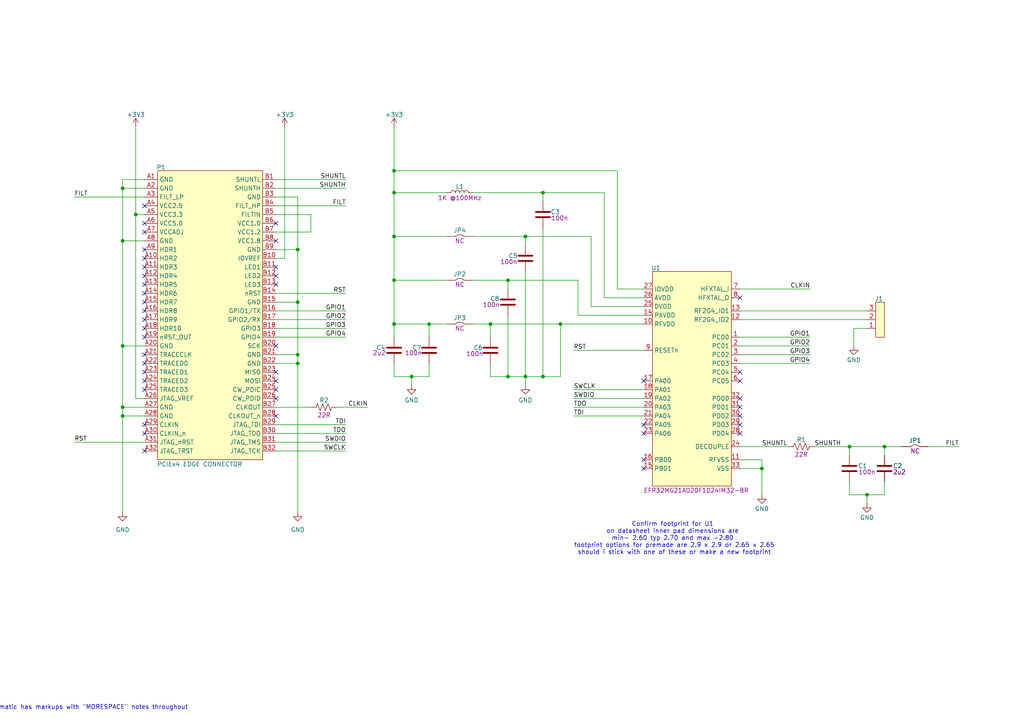
<source format=kicad_sch>
(kicad_sch (version 20231120) (generator "eeschema") (generator_version "8.0")
  (paper "A4")
  (lib_symbols
    (symbol "0603_Yageo_Res:RES_22R_0603" (pin_numbers hide)
      (property "Reference" "R" (at -20.32 5.08 0))
      (property "Display Value" "22R" (at 15.24 5.08 0))
      (symbol "RES_22R_0603_0_1"
        (polyline (pts (xy -2.286 0) (xy -2.54 0)))
        (polyline (pts (xy 2.286 0) (xy 2.54 0)))
        (polyline (pts (xy -2.286 0) (xy -1.905 1.016) (xy -1.524 0) (xy -1.143 -1.016) (xy -0.762 0)))
        (polyline (pts (xy -0.762 0) (xy -0.381 1.016) (xy 0 0) (xy 0.381 -1.016) (xy 0.762 0)))
        (polyline (pts (xy 0.762 0) (xy 1.143 1.016) (xy 1.524 0) (xy 1.905 -1.016) (xy 2.286 0)))
      )
      (symbol "RES_22R_0603_1_1"
        (pin passive line (at -3.81 0 0) (length 1.27) (name "~") (number "1"))
        (pin passive line (at 3.81 0 180) (length 1.27) (name "~") (number "2"))
      )
    )
    (symbol "NAE_Connectors:CW312T-Template" (in_bom no)
      (property "Reference" "P" (at -15.24 3.81 0))
      (property "Value" "PCIEx4 EDGE CONNECTOR " (at 3.81 3.81 0))
      (symbol "CW312T-Template_1_1"
        (rectangle (start -15.24 2.54) (end 15.24 -81.28) (fill (type background)))
        (pin unspecified line (at -19.05 0 0) (length 3.81) (name "GND") (number "A1"))
        (pin unspecified line (at -19.05 -22.86 0) (length 3.81) (name "HDR2") (number "A10"))
        (pin unspecified line (at -19.05 -25.4 0) (length 3.81) (name "HDR3") (number "A11"))
        (pin unspecified line (at -19.05 -27.94 0) (length 3.81) (name "HDR4") (number "A12"))
        (pin unspecified line (at -19.05 -30.48 0) (length 3.81) (name "HDR5") (number "A13"))
        (pin unspecified line (at -19.05 -33.02 0) (length 3.81) (name "HDR6") (number "A14"))
        (pin unspecified line (at -19.05 -35.56 0) (length 3.81) (name "HDR7") (number "A15"))
        (pin unspecified line (at -19.05 -38.1 0) (length 3.81) (name "HDR8") (number "A16"))
        (pin unspecified line (at -19.05 -40.64 0) (length 3.81) (name "HDR9") (number "A17"))
        (pin unspecified line (at -19.05 -43.18 0) (length 3.81) (name "HDR10") (number "A18"))
        (pin unspecified line (at -19.05 -45.72 0) (length 3.81) (name "nRST_OUT") (number "A19"))
        (pin unspecified line (at -19.05 -2.54 0) (length 3.81) (name "GND") (number "A2"))
        (pin unspecified line (at -19.05 -48.26 0) (length 3.81) (name "GND") (number "A20"))
        (pin unspecified line (at -19.05 -50.8 0) (length 3.81) (name "TRACECLK") (number "A21"))
        (pin unspecified line (at -19.05 -53.34 0) (length 3.81) (name "TRACED0") (number "A22"))
        (pin unspecified line (at -19.05 -55.88 0) (length 3.81) (name "TRACED1") (number "A23"))
        (pin unspecified line (at -19.05 -58.42 0) (length 3.81) (name "TRACED2") (number "A24"))
        (pin unspecified line (at -19.05 -60.96 0) (length 3.81) (name "TRACED3") (number "A25"))
        (pin unspecified line (at -19.05 -63.5 0) (length 3.81) (name "JTAG_VREF") (number "A26"))
        (pin unspecified line (at -19.05 -66.04 0) (length 3.81) (name "GND") (number "A27"))
        (pin unspecified line (at -19.05 -68.58 0) (length 3.81) (name "GND") (number "A28"))
        (pin unspecified line (at -19.05 -71.12 0) (length 3.81) (name "CLKIN") (number "A29"))
        (pin unspecified line (at -19.05 -5.08 0) (length 3.81) (name "FILT_LP") (number "A3"))
        (pin unspecified line (at -19.05 -73.66 0) (length 3.81) (name "CLKIN_n") (number "A30"))
        (pin unspecified line (at -19.05 -76.2 0) (length 3.81) (name "JTAG_nRST") (number "A31"))
        (pin unspecified line (at -19.05 -78.74 0) (length 3.81) (name "JTAG_TRST") (number "A32"))
        (pin unspecified line (at -19.05 -7.62 0) (length 3.81) (name "VCC2.5") (number "A4"))
        (pin unspecified line (at -19.05 -10.16 0) (length 3.81) (name "VCC3.3") (number "A5"))
        (pin unspecified line (at -19.05 -12.7 0) (length 3.81) (name "VCC5.0") (number "A6"))
        (pin unspecified line (at -19.05 -15.24 0) (length 3.81) (name "VCCADJ") (number "A7"))
        (pin unspecified line (at -19.05 -17.78 0) (length 3.81) (name "GND") (number "A8"))
        (pin unspecified line (at -19.05 -20.32 0) (length 3.81) (name "HDR1") (number "A9"))
        (pin unspecified line (at 19.05 0 180) (length 3.81) (name "SHUNTL") (number "B1"))
        (pin unspecified line (at 19.05 -22.86 180) (length 3.81) (name "IOVREF") (number "B10"))
        (pin unspecified line (at 19.05 -25.4 180) (length 3.81) (name "LED1") (number "B11"))
        (pin unspecified line (at 19.05 -27.94 180) (length 3.81) (name "LED2") (number "B12"))
        (pin unspecified line (at 19.05 -30.48 180) (length 3.81) (name "LED3") (number "B13"))
        (pin unspecified line (at 19.05 -33.02 180) (length 3.81) (name "nRST") (number "B14"))
        (pin unspecified line (at 19.05 -35.56 180) (length 3.81) (name "GND") (number "B15"))
        (pin unspecified line (at 19.05 -38.1 180) (length 3.81) (name "GPIO1/TX") (number "B16"))
        (pin unspecified line (at 19.05 -40.64 180) (length 3.81) (name "GPIO2/RX") (number "B17"))
        (pin unspecified line (at 19.05 -43.18 180) (length 3.81) (name "GPIO3") (number "B18"))
        (pin unspecified line (at 19.05 -45.72 180) (length 3.81) (name "GPIO4") (number "B19"))
        (pin unspecified line (at 19.05 -2.54 180) (length 3.81) (name "SHUNTH") (number "B2"))
        (pin unspecified line (at 19.05 -48.26 180) (length 3.81) (name "SCK") (number "B20"))
        (pin unspecified line (at 19.05 -50.8 180) (length 3.81) (name "GND") (number "B21"))
        (pin unspecified line (at 19.05 -53.34 180) (length 3.81) (name "GND") (number "B22"))
        (pin unspecified line (at 19.05 -55.88 180) (length 3.81) (name "MISO") (number "B23"))
        (pin unspecified line (at 19.05 -58.42 180) (length 3.81) (name "MOSI") (number "B24"))
        (pin unspecified line (at 19.05 -60.96 180) (length 3.81) (name "CW_PDIC") (number "B25"))
        (pin unspecified line (at 19.05 -63.5 180) (length 3.81) (name "CW_PDID") (number "B26"))
        (pin unspecified line (at 19.05 -66.04 180) (length 3.81) (name "CLKOUT") (number "B27"))
        (pin unspecified line (at 19.05 -68.58 180) (length 3.81) (name "CLKOUT_n") (number "B28"))
        (pin unspecified line (at 19.05 -71.12 180) (length 3.81) (name "JTAG_TDI") (number "B29"))
        (pin unspecified line (at 19.05 -5.08 180) (length 3.81) (name "GND") (number "B3"))
        (pin unspecified line (at 19.05 -73.66 180) (length 3.81) (name "JTAG_TDO") (number "B30"))
        (pin unspecified line (at 19.05 -76.2 180) (length 3.81) (name "JTAG_TMS") (number "B31"))
        (pin unspecified line (at 19.05 -78.74 180) (length 3.81) (name "JTAG_TCK") (number "B32"))
        (pin unspecified line (at 19.05 -7.62 180) (length 3.81) (name "FILT_HP") (number "B4"))
        (pin unspecified line (at 19.05 -10.16 180) (length 3.81) (name "FILTIN") (number "B5"))
        (pin unspecified line (at 19.05 -12.7 180) (length 3.81) (name "VCC1.0") (number "B6"))
        (pin unspecified line (at 19.05 -15.24 180) (length 3.81) (name "VCC1.2") (number "B7"))
        (pin unspecified line (at 19.05 -17.78 180) (length 3.81) (name "VCC1.8") (number "B8"))
        (pin unspecified line (at 19.05 -20.32 180) (length 3.81) (name "GND") (number "B9"))
      )
    )
    (symbol "NAE_Connectors:Solder_Jumper_2_NC" (pin_numbers hide)
      (property "Reference" "JP" (at -3.81 3.81 0))
      (property "Display Value" "NC" (at -3.81 0 0))
      (symbol "Solder_Jumper_2_NC_1_1"
        (arc (start 0 1.27) (mid -0.526 0) (end 0 -1.27))
        (pin unspecified line (at 0 3.81 270) (length 2.54) (name "") (number "1"))
        (pin unspecified line (at 0 -3.81 90) (length 2.54) (name "") (number "2"))
      )
    )
    (symbol "NAE_Connectors:VERT_HDR_3_2.54mm"
      (property "Reference" "J" (at 1.27 3.81 0))
      (symbol "VERT_HDR_3_2.54mm_1_1"
        (rectangle (start 0 2.54) (end 2.54 -7.62) (fill (type background)))
        (pin unspecified line (at -2.54 -5.08 0) (length 2.54) (name "") (number "1"))
        (pin unspecified line (at -2.54 -2.54 0) (length 2.54) (name "") (number "2"))
        (pin unspecified line (at -2.54 0 0) (length 2.54) (name "") (number "3"))
      )
    )
    (symbol "NAE_Inductors:IND_1K_100MHz_0603" (pin_numbers hide)
      (property "Reference" "L" (at -20.32 5.08 0))
      (property "Display Value" "1K @100MHz" (at 15.24 5.08 0))
      (symbol "IND_1K_100MHz_0603_0_1"
        (arc (start -1.27 0) (mid -1.905 0.6323) (end -2.54 0))
        (arc (start 0 0) (mid -0.635 0.6323) (end -1.27 0))
        (arc (start 1.27 0) (mid 0.635 0.6323) (end 0 0))
        (arc (start 2.54 0) (mid 1.905 0.6323) (end 1.27 0))
      )
      (symbol "IND_1K_100MHz_0603_1_1"
        (pin passive line (at -3.81 0 0) (length 1.27) (name "") (number "1"))
        (pin passive line (at 3.81 0 180) (length 1.27) (name "") (number "2"))
      )
    )
    (symbol "NAE_Integrated_Circuits:EFR32MG21A020F1024IM32-BR"
      (property "Reference" "U" (at -11.43 6.35 0))
      (property "Display Value" "EFR32MG21A020F1024IM32-BR" (at 3.81 -58.42 0))
      (symbol "EFR32MG21A020F1024IM32-BR_1_1"
        (rectangle (start -11.43 5.08) (end 11.43 -57.15) (fill (type background)))
        (pin unspecified line (at 13.97 -13.97 180) (length 2.54) (name "PC00") (number "1"))
        (pin unspecified line (at -13.97 -10.16 0) (length 2.54) (name "RFVDD") (number "10"))
        (pin unspecified line (at 13.97 -49.53 180) (length 2.54) (name "RFVSS") (number "11"))
        (pin unspecified line (at 13.97 -8.89 180) (length 2.54) (name "RF2G4_IO2") (number "12"))
        (pin unspecified line (at 13.97 -6.35 180) (length 2.54) (name "RF2G4_IO1") (number "13"))
        (pin unspecified line (at -13.97 -7.62 0) (length 2.54) (name "PAVDD") (number "14"))
        (pin unspecified line (at -13.97 -52.07 0) (length 2.54) (name "PB01") (number "15"))
        (pin unspecified line (at -13.97 -49.53 0) (length 2.54) (name "PB00") (number "16"))
        (pin unspecified line (at -13.97 -26.67 0) (length 2.54) (name "PA00") (number "17"))
        (pin unspecified line (at -13.97 -29.21 0) (length 2.54) (name "PA01") (number "18"))
        (pin unspecified line (at -13.97 -31.75 0) (length 2.54) (name "PA02") (number "19"))
        (pin unspecified line (at 13.97 -16.51 180) (length 2.54) (name "PC01") (number "2"))
        (pin unspecified line (at -13.97 -34.29 0) (length 2.54) (name "PA03") (number "20"))
        (pin unspecified line (at -13.97 -36.83 0) (length 2.54) (name "PA04") (number "21"))
        (pin unspecified line (at -13.97 -39.37 0) (length 2.54) (name "PA05") (number "22"))
        (pin unspecified line (at -13.97 -41.91 0) (length 2.54) (name "PA06") (number "23"))
        (pin unspecified line (at 13.97 -45.72 180) (length 2.54) (name "DECOUPLE") (number "24"))
        (pin unspecified line (at -13.97 -5.08 0) (length 2.54) (name "DVDD") (number "25"))
        (pin unspecified line (at -13.97 -2.54 0) (length 2.54) (name "AVDD") (number "26"))
        (pin unspecified line (at -13.97 0 0) (length 2.54) (name "IOVDD") (number "27"))
        (pin unspecified line (at 13.97 -41.91 180) (length 2.54) (name "PD04") (number "28"))
        (pin unspecified line (at 13.97 -39.37 180) (length 2.54) (name "PD03") (number "29"))
        (pin unspecified line (at 13.97 -19.05 180) (length 2.54) (name "PC02") (number "3"))
        (pin unspecified line (at 13.97 -36.83 180) (length 2.54) (name "PD02") (number "30"))
        (pin unspecified line (at 13.97 -34.29 180) (length 2.54) (name "PD01") (number "31"))
        (pin unspecified line (at 13.97 -31.75 180) (length 2.54) (name "PD00") (number "32"))
        (pin unspecified line (at 13.97 -52.07 180) (length 2.54) (name "VSS") (number "33"))
        (pin unspecified line (at 13.97 -21.59 180) (length 2.54) (name "PC03") (number "4"))
        (pin unspecified line (at 13.97 -24.13 180) (length 2.54) (name "PC04") (number "5"))
        (pin unspecified line (at 13.97 -26.67 180) (length 2.54) (name "PC05") (number "6"))
        (pin unspecified line (at 13.97 0 180) (length 2.54) (name "HFXTAL_I") (number "7"))
        (pin unspecified line (at 13.97 -2.54 180) (length 2.54) (name "HFXTAL_O") (number "8"))
        (pin unspecified line (at -13.97 -17.78 0) (length 2.54) (name "RESETn") (number "9"))
      )
    )
    (symbol "Silkscreen_Symbols:CE_Free" (in_bom no)
      (property "Reference" "PCB" (at -2.54 6.35 0))
      (property "Value" "CE Symbol" (at 0 0 0))
    )
    (symbol "Silkscreen_Symbols:Pb_Free" (in_bom no)
      (property "Reference" "PCB" (at 0 0 0))
      (property "Value" "Pb_Free Symbol" (at 0 0 0))
    )
    (symbol "Silkscreen_Symbols:UKCA" (in_bom no)
      (property "Reference" "PCB" (at 0 0 0))
      (property "Value" "UKCA symbol" (at 0 0 0))
    )
    (symbol "Silkscreen_Symbols:WEEE" (in_bom no)
      (property "Reference" "PCB" (at -1.27 4.445 0))
      (property "Value" "WEEE SYMBOL" (at 0 0 0))
    )
    (symbol "nae_caps:CAP_100n_10V_0603" (pin_numbers hide)
      (property "Reference" "C" (at -20.32 5.08 0))
      (property "Display Value" "100n" (at 15.24 5.08 0))
      (symbol "CAP_100n_10V_0603_0_1"
        (polyline (pts (xy -0.762 -2.032) (xy -0.762 2.032)) (stroke (width 0.508)))
        (polyline (pts (xy 0.762 -2.032) (xy 0.762 2.032)) (stroke (width 0.508)))
      )
      (symbol "CAP_100n_10V_0603_1_1"
        (pin passive line (at -3.81 0 0) (length 2.794) (name "~") (number "1"))
        (pin passive line (at 3.81 0 180) (length 2.794) (name "~") (number "2"))
      )
    )
    (symbol "nae_caps:CAP_2u2_10V_0603" (pin_numbers hide)
      (property "Reference" "C" (at -20.32 5.08 0))
      (property "Display Value" "2u2" (at 15.24 5.08 0))
      (symbol "CAP_2u2_10V_0603_0_1"
        (polyline (pts (xy -0.762 -2.032) (xy -0.762 2.032)) (stroke (width 0.508)))
        (polyline (pts (xy 0.762 -2.032) (xy 0.762 2.032)) (stroke (width 0.508)))
      )
      (symbol "CAP_2u2_10V_0603_1_1"
        (pin passive line (at -3.81 0 0) (length 2.794) (name "~") (number "1"))
        (pin passive line (at 3.81 0 180) (length 2.794) (name "~") (number "2"))
      )
    )
    (symbol "power:+3V3" (power) (pin_numbers hide) (pin_names (offset 0) hide)
      (property "Value" "+3V3" (at 0 3.556 0))
      (symbol "+3V3_0_1"
        (polyline (pts (xy -0.762 1.27) (xy 0 2.54)))
        (polyline (pts (xy 0 0) (xy 0 2.54)))
        (polyline (pts (xy 0 2.54) (xy 0.762 1.27)))
      )
      (symbol "+3V3_1_1"
        (pin power_in line (at 0 0 90) (length 0) (name "~") (number "1"))
      )
    )
    (symbol "power:GND" (power) (pin_numbers hide) (pin_names (offset 0) hide)
      (property "Value" "GND" (at 0 -3.81 0))
      (symbol "GND_0_1"
        (polyline (pts (xy 0 0) (xy 0 -1.27) (xy 1.27 -1.27) (xy 0 -2.54) (xy -1.27 -1.27) (xy 0 -1.27)))
      )
      (symbol "GND_1_1"
        (pin power_in line (at 0 0 270) (length 0) (name "~") (number "1"))
      )
    )
  )
  (junction (at 220.98 135.89))
  (junction (at 35.56 54.61))
  (junction (at 119.38 109.22))
  (junction (at 114.3 68.58))
  (junction (at 114.3 55.88))
  (junction (at 157.48 109.22))
  (junction (at 147.32 109.22))
  (junction (at 152.4 109.22))
  (junction (at 256.54 129.54))
  (junction (at 35.56 69.85))
  (junction (at 114.3 49.53))
  (junction (at 114.3 81.28))
  (junction (at 114.3 93.98))
  (junction (at 246.38 129.54))
  (junction (at 35.56 118.11))
  (junction (at 142.24 93.98))
  (junction (at 35.56 100.33))
  (junction (at 86.36 72.39))
  (junction (at 39.37 62.23))
  (junction (at 86.36 102.87))
  (junction (at 86.36 105.41))
  (junction (at 152.4 68.58))
  (junction (at 86.36 87.63))
  (junction (at 147.32 81.28))
  (junction (at 124.46 93.98))
  (junction (at 157.48 55.88))
  (junction (at 251.46 143.51))
  (junction (at 35.56 120.65))
  (junction (at 162.56 93.98))
  (no_connect (at 41.91 105.41))
  (no_connect (at 80.01 115.57))
  (no_connect (at 80.01 120.65))
  (no_connect (at 41.91 123.19))
  (no_connect (at 186.69 125.73))
  (no_connect (at 41.91 107.95))
  (no_connect (at 80.01 113.03))
  (no_connect (at 41.91 97.79))
  (no_connect (at 214.63 125.73))
  (no_connect (at 80.01 82.55))
  (no_connect (at 41.91 90.17))
  (no_connect (at 41.91 130.81))
  (no_connect (at 186.69 110.49))
  (no_connect (at 41.91 113.03))
  (no_connect (at 80.01 80.01))
  (no_connect (at 41.91 102.87))
  (no_connect (at 41.91 85.09))
  (no_connect (at 80.01 64.77))
  (no_connect (at 214.63 110.49))
  (no_connect (at 214.63 107.95))
  (no_connect (at 41.91 92.71))
  (no_connect (at 186.69 133.35))
  (no_connect (at 80.01 110.49))
  (no_connect (at 214.63 115.57))
  (no_connect (at 41.91 59.69))
  (no_connect (at 41.91 95.25))
  (no_connect (at 80.01 100.33))
  (no_connect (at 41.91 87.63))
  (no_connect (at 214.63 120.65))
  (no_connect (at 186.69 123.19))
  (no_connect (at 41.91 82.55))
  (no_connect (at 214.63 118.11))
  (no_connect (at 41.91 67.31))
  (no_connect (at 41.91 110.49))
  (no_connect (at 41.91 80.01))
  (no_connect (at 41.91 72.39))
  (no_connect (at 41.91 125.73))
  (no_connect (at 80.01 69.85))
  (no_connect (at 214.63 86.36))
  (no_connect (at 80.01 107.95))
  (no_connect (at 41.91 64.77))
  (no_connect (at 186.69 135.89))
  (no_connect (at 41.91 74.93))
  (no_connect (at 214.63 123.19))
  (no_connect (at 80.01 77.47))
  (no_connect (at 41.91 77.47))
  (wire (pts (xy 246.38 139.7) (xy 246.38 143.51)))
  (wire (pts (xy 166.37 120.65) (xy 186.69 120.65)))
  (wire (pts (xy 166.37 118.11) (xy 186.69 118.11)))
  (wire (pts (xy 86.36 57.15) (xy 80.01 57.15)))
  (wire (pts (xy 246.38 129.54) (xy 246.38 132.08)))
  (wire (pts (xy 157.48 55.88) (xy 157.48 58.42)))
  (wire (pts (xy 114.3 68.58) (xy 129.54 68.58)))
  (wire (pts (xy 220.98 133.35) (xy 214.63 133.35)))
  (wire (pts (xy 35.56 54.61) (xy 41.91 54.61)))
  (wire (pts (xy 119.38 109.22) (xy 124.46 109.22)))
  (wire (pts (xy 186.69 88.9) (xy 171.45 88.9)))
  (wire (pts (xy 179.07 49.53) (xy 114.3 49.53)))
  (wire (pts (xy 220.98 135.89) (xy 220.98 143.51)))
  (wire (pts (xy 80.01 54.61) (xy 100.33 54.61)))
  (wire (pts (xy 186.69 86.36) (xy 175.26 86.36)))
  (wire (pts (xy 86.36 102.87) (xy 86.36 105.41)))
  (wire (pts (xy 142.24 93.98) (xy 142.24 97.79)))
  (wire (pts (xy 166.37 113.03) (xy 186.69 113.03)))
  (wire (pts (xy 35.56 118.11) (xy 41.91 118.11)))
  (wire (pts (xy 147.32 109.22) (xy 152.4 109.22)))
  (wire (pts (xy 39.37 62.23) (xy 39.37 115.57)))
  (wire (pts (xy 35.56 120.65) (xy 41.91 120.65)))
  (wire (pts (xy 157.48 66.04) (xy 157.48 109.22)))
  (wire (pts (xy 80.01 130.81) (xy 100.33 130.81)))
  (wire (pts (xy 142.24 109.22) (xy 147.32 109.22)))
  (wire (pts (xy 251.46 95.25) (xy 247.65 95.25)))
  (wire (pts (xy 80.01 102.87) (xy 86.36 102.87)))
  (wire (pts (xy 114.3 68.58) (xy 114.3 81.28)))
  (wire (pts (xy 142.24 93.98) (xy 162.56 93.98)))
  (wire (pts (xy 175.26 86.36) (xy 175.26 55.88)))
  (wire (pts (xy 35.56 100.33) (xy 35.56 118.11)))
  (wire (pts (xy 86.36 57.15) (xy 86.36 72.39)))
  (wire (pts (xy 119.38 109.22) (xy 119.38 111.76)))
  (wire (pts (xy 114.3 55.88) (xy 129.54 55.88)))
  (wire (pts (xy 82.55 74.93) (xy 80.01 74.93)))
  (wire (pts (xy 137.16 93.98) (xy 142.24 93.98)))
  (wire (pts (xy 80.01 52.07) (xy 100.33 52.07)))
  (wire (pts (xy 39.37 36.83) (xy 39.37 62.23)))
  (wire (pts (xy 214.63 90.17) (xy 251.46 90.17)))
  (wire (pts (xy 167.64 91.44) (xy 167.64 81.28)))
  (wire (pts (xy 124.46 109.22) (xy 124.46 105.41)))
  (wire (pts (xy 137.16 81.28) (xy 147.32 81.28)))
  (wire (pts (xy 171.45 88.9) (xy 171.45 68.58)))
  (wire (pts (xy 251.46 143.51) (xy 251.46 146.05)))
  (wire (pts (xy 214.63 129.54) (xy 228.6 129.54)))
  (wire (pts (xy 86.36 105.41) (xy 86.36 148.59)))
  (wire (pts (xy 256.54 143.51) (xy 256.54 139.7)))
  (wire (pts (xy 152.4 109.22) (xy 152.4 111.76)))
  (wire (pts (xy 86.36 72.39) (xy 86.36 87.63)))
  (wire (pts (xy 157.48 55.88) (xy 175.26 55.88)))
  (wire (pts (xy 35.56 118.11) (xy 35.56 120.65)))
  (wire (pts (xy 114.3 109.22) (xy 119.38 109.22)))
  (wire (pts (xy 246.38 143.51) (xy 251.46 143.51)))
  (wire (pts (xy 80.01 67.31) (xy 90.17 67.31)))
  (wire (pts (xy 97.79 118.11) (xy 106.68 118.11)))
  (wire (pts (xy 214.63 135.89) (xy 220.98 135.89)))
  (wire (pts (xy 147.32 91.44) (xy 147.32 109.22)))
  (wire (pts (xy 162.56 93.98) (xy 186.69 93.98)))
  (wire (pts (xy 152.4 109.22) (xy 157.48 109.22)))
  (wire (pts (xy 269.24 129.54) (xy 278.13 129.54)))
  (wire (pts (xy 35.56 69.85) (xy 41.91 69.85)))
  (wire (pts (xy 236.22 129.54) (xy 246.38 129.54)))
  (wire (pts (xy 21.59 57.15) (xy 41.91 57.15)))
  (wire (pts (xy 246.38 129.54) (xy 256.54 129.54)))
  (wire (pts (xy 251.46 143.51) (xy 256.54 143.51)))
  (wire (pts (xy 220.98 133.35) (xy 220.98 135.89)))
  (wire (pts (xy 41.91 115.57) (xy 39.37 115.57)))
  (wire (pts (xy 162.56 109.22) (xy 162.56 93.98)))
  (wire (pts (xy 114.3 81.28) (xy 114.3 93.98)))
  (wire (pts (xy 166.37 115.57) (xy 186.69 115.57)))
  (wire (pts (xy 124.46 93.98) (xy 124.46 97.79)))
  (wire (pts (xy 35.56 52.07) (xy 35.56 54.61)))
  (wire (pts (xy 80.01 128.27) (xy 100.33 128.27)))
  (wire (pts (xy 157.48 109.22) (xy 162.56 109.22)))
  (wire (pts (xy 214.63 83.82) (xy 234.95 83.82)))
  (wire (pts (xy 41.91 62.23) (xy 39.37 62.23)))
  (wire (pts (xy 142.24 105.41) (xy 142.24 109.22)))
  (wire (pts (xy 137.16 68.58) (xy 152.4 68.58)))
  (wire (pts (xy 256.54 129.54) (xy 256.54 132.08)))
  (wire (pts (xy 256.54 129.54) (xy 261.62 129.54)))
  (wire (pts (xy 80.01 85.09) (xy 100.33 85.09)))
  (wire (pts (xy 247.65 95.25) (xy 247.65 100.33)))
  (wire (pts (xy 214.63 105.41) (xy 234.95 105.41)))
  (wire (pts (xy 41.91 52.07) (xy 35.56 52.07)))
  (wire (pts (xy 90.17 62.23) (xy 90.17 67.31)))
  (wire (pts (xy 214.63 102.87) (xy 234.95 102.87)))
  (wire (pts (xy 166.37 101.6) (xy 186.69 101.6)))
  (wire (pts (xy 147.32 81.28) (xy 167.64 81.28)))
  (wire (pts (xy 80.01 59.69) (xy 100.33 59.69)))
  (wire (pts (xy 137.16 55.88) (xy 157.48 55.88)))
  (wire (pts (xy 114.3 49.53) (xy 114.3 55.88)))
  (wire (pts (xy 214.63 97.79) (xy 234.95 97.79)))
  (wire (pts (xy 114.3 93.98) (xy 124.46 93.98)))
  (wire (pts (xy 114.3 81.28) (xy 129.54 81.28)))
  (wire (pts (xy 80.01 62.23) (xy 90.17 62.23)))
  (wire (pts (xy 86.36 87.63) (xy 86.36 102.87)))
  (wire (pts (xy 152.4 68.58) (xy 171.45 68.58)))
  (wire (pts (xy 114.3 93.98) (xy 114.3 97.79)))
  (wire (pts (xy 80.01 90.17) (xy 100.33 90.17)))
  (wire (pts (xy 152.4 78.74) (xy 152.4 109.22)))
  (wire (pts (xy 80.01 87.63) (xy 86.36 87.63)))
  (wire (pts (xy 186.69 83.82) (xy 179.07 83.82)))
  (wire (pts (xy 129.54 93.98) (xy 124.46 93.98)))
  (wire (pts (xy 82.55 36.83) (xy 82.55 74.93)))
  (wire (pts (xy 114.3 36.83) (xy 114.3 49.53)))
  (wire (pts (xy 80.01 72.39) (xy 86.36 72.39)))
  (wire (pts (xy 80.01 95.25) (xy 100.33 95.25)))
  (wire (pts (xy 80.01 125.73) (xy 100.33 125.73)))
  (wire (pts (xy 80.01 118.11) (xy 90.17 118.11)))
  (wire (pts (xy 35.56 120.65) (xy 35.56 148.59)))
  (wire (pts (xy 147.32 81.28) (xy 147.32 83.82)))
  (wire (pts (xy 80.01 92.71) (xy 100.33 92.71)))
  (wire (pts (xy 35.56 69.85) (xy 35.56 100.33)))
  (wire (pts (xy 21.59 128.27) (xy 41.91 128.27)))
  (wire (pts (xy 179.07 83.82) (xy 179.07 49.53)))
  (wire (pts (xy 186.69 91.44) (xy 167.64 91.44)))
  (wire (pts (xy 214.63 100.33) (xy 234.95 100.33)))
  (wire (pts (xy 114.3 105.41) (xy 114.3 109.22)))
  (wire (pts (xy 35.56 100.33) (xy 41.91 100.33)))
  (wire (pts (xy 114.3 55.88) (xy 114.3 68.58)))
  (wire (pts (xy 214.63 92.71) (xy 251.46 92.71)))
  (wire (pts (xy 80.01 97.79) (xy 100.33 97.79)))
  (wire (pts (xy 80.01 105.41) (xy 86.36 105.41)))
  (wire (pts (xy 35.56 54.61) (xy 35.56 69.85)))
  (wire (pts (xy 80.01 123.19) (xy 100.33 123.19)))
  (wire (pts (xy 152.4 68.58) (xy 152.4 71.12)))
  (text "Old schematic has markups with \"MORESPACE\" notes throughout\n" (at 22.86 205.232 0) (effects (font (size 1.27 1.27))))
  (text "Confirm footprint for U1 \non datasheet inner pad dimensions are \nmin- 2.60 typ 2.70 and max -2.80 \nfootprint options for premade are 2.9 x 2.9 or 2.65 x 2.65\nshould i stick with one of these or make a new footprint\n" (at 195.58 156.21 0) (effects (font (size 1.27 1.27))))
  (label "RST" (at 166.37 101.6 0))
  (label "SWCLK" (at 100.33 130.81 180))
  (label "GPIO2" (at 100.33 92.71 180))
  (label "TDO" (at 100.33 125.73 180))
  (label "GPIO1" (at 234.95 97.79 180))
  (label "TDO" (at 166.37 118.11 0))
  (label "SHUNTL" (at 100.33 52.07 180))
  (label "RST" (at 21.59 128.27 0))
  (label "FILT" (at 100.33 59.69 180))
  (label "FILT" (at 278.13 129.54 180))
  (label "CLKIN" (at 106.68 118.11 180))
  (label "SWDIO" (at 166.37 115.57 0))
  (label "GPIO4" (at 100.33 97.79 180))
  (label "GPIO2" (at 234.95 100.33 180))
  (label "FILT" (at 21.59 57.15 0))
  (label "SHUNTH" (at 100.33 54.61 180))
  (label "SHUNTH" (at 236.22 129.54 0))
  (label "TDI" (at 166.37 120.65 0))
  (label "GPIO3" (at 100.33 95.25 180))
  (label "SWCLK" (at 166.37 113.03 0))
  (label "GPIO3" (at 234.95 102.87 180))
  (label "TDI" (at 100.33 123.19 180))
  (label "GPIO4" (at 234.95 105.41 180))
  (label "GPIO1" (at 100.33 90.17 180))
  (label "SWDIO" (at 100.33 128.27 180))
  (label "SHUNTL" (at 220.98 129.54 0))
  (label "CLKIN" (at 234.95 83.82 180))
  (label "RST" (at 100.33 85.09 180))
  (symbol (lib_id "power:GND") (at 152.4 111.76 0) (unit 1)
    (property "Reference" "#PWR09" (effects (hide yes)))
    (property "Value" "GND" (at 152.4 116.078 0))
    (property "Description" "Power symbol creates a global label with name \"GND\" , ground" (effects (hide yes)))
  )
  (symbol (lib_id "nae_caps:CAP_2u2_10V_0603") (at 256.54 135.89 90) (unit 1)
    (property "Reference" "C2" (at 260.35 135.128 90))
    (property "Value" "CAP_2u2_10V_0603" (effects (hide yes)))
    (property "Footprint" "Capacitor_SMD:C_0603_1608Metric" (effects (hide yes)))
    (property "Datasheet" "https://www.yageo.com/upload/media/product/productsearch/datasheet/mlcc/UPY-GPHC_X7R_6.3V-to-250V_24.pdf" (effects (hide yes)))
    (property "Description" "CAP CER 2.2UF 10V X7R 0603" (effects (hide yes)))
    (property "Display Value" "2u2" (at 260.858 136.906 90))
    (property "Manufacturer" "YAGEO" (effects (hide yes)))
    (property "Manufacturer Part Number" "CC0603KPX7R6BB225" (effects (hide yes)))
    (property "Supplier 1" "DigiKey" (effects (hide yes)))
    (property "Supplier 1 Part Number" "13-CC0603KPX7R6BB225CT-ND" (effects (hide yes)))
    (property "Supplier 2" "no_data" (effects (hide yes)))
    (property "Supplier 2 Part Number" "no_data" (effects (hide yes)))
  )
  (symbol (lib_id "NAE_Connectors:CW312T-Template") (at 60.96 52.07 0) (unit 1) (in_bom no)
    (property "Reference" "P1" (at 46.736 48.514 0))
    (property "Value" "PCIEx4 EDGE CONNECTOR" (at 57.912 134.62 0))
    (property "Footprint" "tutorial_2_library:CW312_Template" (effects (hide yes)))
    (property "Description" "BOARD AND EDGE CONNECTOR TEMPLATE FOR CW312 TARGETS" (effects (hide yes)))
  )
  (symbol (lib_id "NAE_Connectors:Solder_Jumper_2_NC") (at 133.35 81.28 270) (unit 1)
    (property "Reference" "JP2" (at 133.35 79.502 90))
    (property "Footprint" "Jumper:SolderJumper-2_P1.3mm_Bridged2Bar_Pad1.0x1.5mm" (effects (hide yes)))
    (property "Display Value" "NC" (at 133.35 82.55 90))
  )
  (symbol (lib_id "Silkscreen_Symbols:CE_Free") (at -31.75 172.72 0) (unit 1) (in_bom no)
    (property "Reference" "PCB1" (at -29.21 171.4499 0) (effects (justify left)))
    (property "Value" "CE Symbol" (at -29.21 173.9899 0) (effects (justify left)))
    (property "Footprint" "Silkscrren_Symbols:CE-Logo_8.5x6mm_SilkScreen" (effects (hide yes)))
  )
  (symbol (lib_id "NAE_Integrated_Circuits:EFR32MG21A020F1024IM32-BR") (at 200.66 83.82 0) (unit 1)
    (property "Reference" "U1" (at 190.246 77.724 0))
    (property "Value" "EFR32MG21A020F1024IM32-BR" (effects (hide yes)))
    (property "Footprint" "Package_DFN_QFN:QFN-32-1EP_4x4mm_P0.4mm_EP2.9x2.9mm" (effects (hide yes)))
    (property "Datasheet" "https://www.silabs.com/documents/public/data-sheets/efr32mg21-datasheet.pdf" (effects (hide yes)))
    (property "Description" "IC RF TXRX+MCU BLE 32QFN" (effects (hide yes)))
    (property "Display Value" "EFR32MG21A020F1024IM32-BR" (at 201.93 142.24 0))
    (property "Manufacturer" "Silicon Labs" (effects (hide yes)))
    (property "Manufacturer Part Number" "EFR32MG21A020F1024IM32-BR" (effects (hide yes)))
    (property "Supplier 1" "DigiKey" (effects (hide yes)))
    (property "Supplier 1 Part Number" "336-5868-1-ND" (effects (hide yes)))
  )
  (symbol (lib_id "power:GND") (at 119.38 111.76 0) (unit 1)
    (property "Reference" "#PWR08" (effects (hide yes)))
    (property "Value" "GND" (at 119.38 116.078 0))
    (property "Description" "Power symbol creates a global label with name \"GND\" , ground" (effects (hide yes)))
  )
  (symbol (lib_id "0603_Yageo_Res:RES_22R_0603") (at 93.98 118.11 0) (unit 1)
    (property "Reference" "R2" (at 93.98 116.078 0))
    (property "Value" "RES_22R_0603" (effects (hide yes)))
    (property "Footprint" "Resistor_SMD:R_0603_1608Metric" (effects (hide yes)))
    (property "Datasheet" "https://www.yageo.com/upload/media/product/products/datasheet/rchip/PYu-RC_Group_51_RoHS_L_12.pdf" (effects (hide yes)))
    (property "Description" "RES 22 OHM 1% 1/10W 0603" (effects (hide yes)))
    (property "Display Value" "22R" (at 93.98 120.396 0))
    (property "Manufacturer" "YAGEO" (effects (hide yes)))
    (property "Manufacturer Part Number" "RC0603FR-0722RL" (effects (hide yes)))
    (property "Supplier 1" "DigiKey" (effects (hide yes)))
    (property "Supplier 1 Part Number" "311-22.0HRCT-ND" (effects (hide yes)))
    (property "Supplier 2" "no_data" (effects (hide yes)))
    (property "Supplier 2 Part Number" "no_data" (effects (hide yes)))
  )
  (symbol (lib_id "nae_caps:CAP_2u2_10V_0603") (at 114.3 101.6 90) (unit 1)
    (property "Reference" "C4" (at 110.49 100.838 90))
    (property "Value" "CAP_2u2_10V_0603" (effects (hide yes)))
    (property "Footprint" "Capacitor_SMD:C_0603_1608Metric" (effects (hide yes)))
    (property "Datasheet" "https://www.yageo.com/upload/media/product/productsearch/datasheet/mlcc/UPY-GPHC_X7R_6.3V-to-250V_24.pdf" (effects (hide yes)))
    (property "Description" "CAP CER 2.2UF 10V X7R 0603" (effects (hide yes)))
    (property "Display Value" "2u2" (at 109.982 102.362 90))
    (property "Manufacturer" "YAGEO" (effects (hide yes)))
    (property "Manufacturer Part Number" "CC0603KPX7R6BB225" (effects (hide yes)))
    (property "Supplier 1" "DigiKey" (effects (hide yes)))
    (property "Supplier 1 Part Number" "13-CC0603KPX7R6BB225CT-ND" (effects (hide yes)))
    (property "Supplier 2" "no_data" (effects (hide yes)))
    (property "Supplier 2 Part Number" "no_data" (effects (hide yes)))
  )
  (symbol (lib_id "Silkscreen_Symbols:WEEE") (at -31.75 187.96 0) (unit 1) (in_bom no)
    (property "Reference" "PCB4" (at -29.21 186.6899 0) (effects (justify left)))
    (property "Value" "WEEE SYMBOL" (at -29.21 189.2299 0) (effects (justify left)))
    (property "Footprint" "Silkscrren_Symbols:WEEE-Logo_5.6x8mm_SilkScreen" (effects (hide yes)))
  )
  (symbol (lib_id "power:+3V3") (at 82.55 36.83 0) (unit 1)
    (property "Reference" "#PWR04" (effects (hide yes)))
    (property "Value" "+3V3" (at 82.55 33.274 0))
    (property "Description" "Power symbol creates a global label with name \"+3V3\"" (effects (hide yes)))
  )
  (symbol (lib_id "NAE_Connectors:VERT_HDR_3_2.54mm") (at 254 90.17 0) (unit 1)
    (property "Reference" "J1" (at 253.746 86.614 0) (effects (justify left)))
    (property "Value" "1x3 straight header pins" (effects (hide yes)))
    (property "Footprint" "Connector_PinHeader_2.54mm:PinHeader_1x03_P2.54mm_Vertical" (effects (hide yes)))
    (property "Datasheet" "https://www.we-online.com/components/products/datasheet/61300311121.pdf" (effects (hide yes)))
    (property "Description" "CONN HEADER VERT 3POS 2.54MM" (effects (hide yes)))
    (property "Display Value" "Header" (effects (hide yes)))
    (property "Manufacturer" "Würth Elektronik" (effects (hide yes)))
    (property "Manufacturer Part Number" "61300311121" (effects (hide yes)))
    (property "Supplier 1" "DigiKey" (effects (hide yes)))
    (property "Supplier 1 Part Number" "732-5316-ND" (effects (hide yes)))
  )
  (symbol (lib_id "Silkscreen_Symbols:UKCA") (at -31.75 182.88 0) (unit 1) (in_bom no)
    (property "Reference" "PCB3" (at -29.21 181.6099 0) (effects (justify left)))
    (property "Value" "UKCA symbol" (at -29.21 184.1499 0) (effects (justify left)))
    (property "Footprint" "Silkscrren_Symbols:UKCA-Logo_8x8mm_SilkScreen" (effects (hide yes)))
  )
  (symbol (lib_id "nae_caps:CAP_100n_10V_0603") (at 147.32 87.63 90) (unit 1)
    (property "Reference" "C8" (at 143.51 86.614 90))
    (property "Value" "CAP_100n_10V_0603" (effects (hide yes)))
    (property "Footprint" "Capacitor_SMD:C_0603_1608Metric" (effects (hide yes)))
    (property "Datasheet" "https://www.yageo.com/upload/media/product/productsearch/datasheet/mlcc/UPY-GPHC_X7R_6.3V-to-250V_24.pdf" (effects (hide yes)))
    (property "Description" "CAP CER 0.1UF 10V X7R 0603" (effects (hide yes)))
    (property "Display Value" "100n" (at 142.494 88.392 90))
    (property "Manufacturer" "YAGEO" (effects (hide yes)))
    (property "Manufacturer Part Number" "CC0603KRX7R6BB104" (effects (hide yes)))
    (property "Supplier 1" "DigiKey" (effects (hide yes)))
    (property "Supplier 1 Part Number" "311-4055-1-ND" (effects (hide yes)))
    (property "Supplier 2" "no_data" (effects (hide yes)))
    (property "Supplier 2 Part Number" "no_data" (effects (hide yes)))
  )
  (symbol (lib_id "power:GND") (at 86.36 148.59 0) (unit 1)
    (property "Reference" "#PWR03" (effects (hide yes)))
    (property "Value" "GND" (at 86.36 153.67 0))
    (property "Description" "Power symbol creates a global label with name \"GND\" , ground" (effects (hide yes)))
  )
  (symbol (lib_id "0603_Yageo_Res:RES_22R_0603") (at 232.41 129.54 0) (unit 1)
    (property "Reference" "R1" (at 232.41 127.508 0))
    (property "Value" "RES_22R_0603" (effects (hide yes)))
    (property "Footprint" "Resistor_SMD:R_0603_1608Metric" (effects (hide yes)))
    (property "Datasheet" "https://www.yageo.com/upload/media/product/products/datasheet/rchip/PYu-RC_Group_51_RoHS_L_12.pdf" (effects (hide yes)))
    (property "Description" "RES 22 OHM 1% 1/10W 0603" (effects (hide yes)))
    (property "Display Value" "22R" (at 232.41 131.826 0))
    (property "Manufacturer" "YAGEO" (effects (hide yes)))
    (property "Manufacturer Part Number" "RC0603FR-0722RL" (effects (hide yes)))
    (property "Supplier 1" "DigiKey" (effects (hide yes)))
    (property "Supplier 1 Part Number" "311-22.0HRCT-ND" (effects (hide yes)))
    (property "Supplier 2" "no_data" (effects (hide yes)))
    (property "Supplier 2 Part Number" "no_data" (effects (hide yes)))
  )
  (symbol (lib_id "power:GND") (at 220.98 143.51 0) (unit 1)
    (property "Reference" "#PWR05" (effects (hide yes)))
    (property "Value" "GND" (at 220.98 147.574 0))
    (property "Description" "Power symbol creates a global label with name \"GND\" , ground" (effects (hide yes)))
  )
  (symbol (lib_id "power:GND") (at 247.65 100.33 0) (unit 1)
    (property "Reference" "#PWR07" (effects (hide yes)))
    (property "Value" "GND" (at 247.65 104.394 0))
    (property "Description" "Power symbol creates a global label with name \"GND\" , ground" (effects (hide yes)))
  )
  (symbol (lib_id "power:+3V3") (at 39.37 36.83 0) (unit 1)
    (property "Reference" "#PWR01" (effects (hide yes)))
    (property "Value" "+3V3" (at 39.37 33.274 0))
    (property "Description" "Power symbol creates a global label with name \"+3V3\"" (effects (hide yes)))
  )
  (symbol (lib_id "NAE_Connectors:Solder_Jumper_2_NC") (at 133.35 68.58 270) (unit 1)
    (property "Reference" "JP4" (at 133.35 66.802 90))
    (property "Footprint" "Jumper:SolderJumper-2_P1.3mm_Bridged2Bar_Pad1.0x1.5mm" (effects (hide yes)))
    (property "Display Value" "NC" (at 133.35 69.85 90))
  )
  (symbol (lib_id "power:GND") (at 35.56 148.59 0) (unit 1)
    (property "Reference" "#PWR02" (effects (hide yes)))
    (property "Value" "GND" (at 35.56 153.67 0))
    (property "Description" "Power symbol creates a global label with name \"GND\" , ground" (effects (hide yes)))
  )
  (symbol (lib_id "power:GND") (at 251.46 146.05 0) (unit 1)
    (property "Reference" "#PWR06" (effects (hide yes)))
    (property "Value" "GND" (at 251.46 150.114 0))
    (property "Description" "Power symbol creates a global label with name \"GND\" , ground" (effects (hide yes)))
  )
  (symbol (lib_id "nae_caps:CAP_100n_10V_0603") (at 152.4 74.93 90) (unit 1)
    (property "Reference" "C5" (at 148.844 74.168 90))
    (property "Value" "CAP_100n_10V_0603" (effects (hide yes)))
    (property "Footprint" "Capacitor_SMD:C_0603_1608Metric" (effects (hide yes)))
    (property "Datasheet" "https://www.yageo.com/upload/media/product/productsearch/datasheet/mlcc/UPY-GPHC_X7R_6.3V-to-250V_24.pdf" (effects (hide yes)))
    (property "Description" "CAP CER 0.1UF 10V X7R 0603" (effects (hide yes)))
    (property "Display Value" "100n" (at 147.574 75.946 90))
    (property "Manufacturer" "YAGEO" (effects (hide yes)))
    (property "Manufacturer Part Number" "CC0603KRX7R6BB104" (effects (hide yes)))
    (property "Supplier 1" "DigiKey" (effects (hide yes)))
    (property "Supplier 1 Part Number" "311-4055-1-ND" (effects (hide yes)))
    (property "Supplier 2" "no_data" (effects (hide yes)))
    (property "Supplier 2 Part Number" "no_data" (effects (hide yes)))
  )
  (symbol (lib_id "Silkscreen_Symbols:Pb_Free") (at -31.75 177.8 0) (unit 1) (in_bom no)
    (property "Reference" "PCB2" (at -29.21 176.5299 0) (effects (justify left)))
    (property "Value" "Pb_Free Symbol" (at -29.21 179.0699 0) (effects (justify left)))
    (property "Footprint" "Silkscrren_Symbols:Pb_Free_8.0x8.0mm_SilkScreen" (effects (hide yes)))
  )
  (symbol (lib_id "nae_caps:CAP_100n_10V_0603") (at 157.48 62.23 90) (unit 1)
    (property "Reference" "C3" (at 161.036 61.468 90))
    (property "Value" "CAP_100n_10V_0603" (effects (hide yes)))
    (property "Footprint" "Capacitor_SMD:C_0603_1608Metric" (effects (hide yes)))
    (property "Datasheet" "https://www.yageo.com/upload/media/product/productsearch/datasheet/mlcc/UPY-GPHC_X7R_6.3V-to-250V_24.pdf" (effects (hide yes)))
    (property "Description" "CAP CER 0.1UF 10V X7R 0603" (effects (hide yes)))
    (property "Display Value" "100n" (at 162.306 63.246 90))
    (property "Manufacturer" "YAGEO" (effects (hide yes)))
    (property "Manufacturer Part Number" "CC0603KRX7R6BB104" (effects (hide yes)))
    (property "Supplier 1" "DigiKey" (effects (hide yes)))
    (property "Supplier 1 Part Number" "311-4055-1-ND" (effects (hide yes)))
    (property "Supplier 2" "no_data" (effects (hide yes)))
    (property "Supplier 2 Part Number" "no_data" (effects (hide yes)))
  )
  (symbol (lib_id "NAE_Inductors:IND_1K_100MHz_0603") (at 133.35 55.88 0) (unit 1)
    (property "Reference" "L1" (at 133.35 54.102 0))
    (property "Value" "IND_1K_0603" (effects (hide yes)))
    (property "Footprint" "Inductor_SMD:L_0603_1608Metric" (effects (hide yes)))
    (property "Datasheet" "https://mm.digikey.com/Volume0/opasdata/d220001/medias/docus/3715/FBMH1608HM102-T_SS.pdf" (effects (hide yes)))
    (property "Description" "FERRITE BEAD 1K OHM 0603 1LN" (effects (hide yes)))
    (property "Display Value" "1K @100MHz" (at 133.35 57.404 0))
    (property "Manufacturer" "Taiyo Yuden" (effects (hide yes)))
    (property "Manufacturer Part Number" "FBMH1608HM102-T" (effects (hide yes)))
    (property "Supplier 1" "DigiKey" (effects (hide yes)))
    (property "Supplier 1 Part Number" "587-1739-1-ND" (effects (hide yes)))
  )
  (symbol (lib_id "nae_caps:CAP_100n_10V_0603") (at 246.38 135.89 90) (unit 1)
    (property "Reference" "C1" (at 250.19 135.128 90))
    (property "Value" "CAP_100n_10V_0603" (effects (hide yes)))
    (property "Footprint" "Capacitor_SMD:C_0603_1608Metric" (effects (hide yes)))
    (property "Datasheet" "https://www.yageo.com/upload/media/product/productsearch/datasheet/mlcc/UPY-GPHC_X7R_6.3V-to-250V_24.pdf" (effects (hide yes)))
    (property "Description" "CAP CER 0.1UF 10V X7R 0603" (effects (hide yes)))
    (property "Display Value" "100n" (at 251.46 136.906 90))
    (property "Manufacturer" "YAGEO" (effects (hide yes)))
    (property "Manufacturer Part Number" "CC0603KRX7R6BB104" (effects (hide yes)))
    (property "Supplier 1" "DigiKey" (effects (hide yes)))
    (property "Supplier 1 Part Number" "311-4055-1-ND" (effects (hide yes)))
    (property "Supplier 2" "no_data" (effects (hide yes)))
    (property "Supplier 2 Part Number" "no_data" (effects (hide yes)))
  )
  (symbol (lib_id "nae_caps:CAP_100n_10V_0603") (at 142.24 101.6 90) (unit 1)
    (property "Reference" "C6" (at 138.684 100.838 90))
    (property "Value" "CAP_100n_10V_0603" (effects (hide yes)))
    (property "Footprint" "Capacitor_SMD:C_0603_1608Metric" (effects (hide yes)))
    (property "Datasheet" "https://www.yageo.com/upload/media/product/productsearch/datasheet/mlcc/UPY-GPHC_X7R_6.3V-to-250V_24.pdf" (effects (hide yes)))
    (property "Description" "CAP CER 0.1UF 10V X7R 0603" (effects (hide yes)))
    (property "Display Value" "100n" (at 137.668 102.616 90))
    (property "Manufacturer" "YAGEO" (effects (hide yes)))
    (property "Manufacturer Part Number" "CC0603KRX7R6BB104" (effects (hide yes)))
    (property "Supplier 1" "DigiKey" (effects (hide yes)))
    (property "Supplier 1 Part Number" "311-4055-1-ND" (effects (hide yes)))
    (property "Supplier 2" "no_data" (effects (hide yes)))
    (property "Supplier 2 Part Number" "no_data" (effects (hide yes)))
  )
  (symbol (lib_id "NAE_Connectors:Solder_Jumper_2_NC") (at 265.43 129.54 270) (unit 1)
    (property "Reference" "JP1" (at 265.43 127.762 90))
    (property "Footprint" "Jumper:SolderJumper-2_P1.3mm_Bridged2Bar_Pad1.0x1.5mm" (effects (hide yes)))
    (property "Display Value" "NC" (at 265.43 130.81 90))
  )
  (symbol (lib_id "NAE_Connectors:Solder_Jumper_2_NC") (at 133.35 93.98 270) (unit 1)
    (property "Reference" "JP3" (at 133.35 92.202 90))
    (property "Footprint" "Jumper:SolderJumper-2_P1.3mm_Bridged2Bar_Pad1.0x1.5mm" (effects (hide yes)))
    (property "Display Value" "NC" (at 133.35 95.25 90))
  )
  (symbol (lib_id "power:+3V3") (at 114.3 36.83 0) (unit 1)
    (property "Reference" "#PWR010" (effects (hide yes)))
    (property "Value" "+3V3" (at 114.3 33.274 0))
    (property "Description" "Power symbol creates a global label with name \"+3V3\"" (effects (hide yes)))
  )
  (symbol (lib_id "nae_caps:CAP_100n_10V_0603") (at 124.46 101.6 90) (unit 1)
    (property "Reference" "C7" (at 120.904 100.838 90))
    (property "Value" "CAP_100n_10V_0603" (effects (hide yes)))
    (property "Footprint" "Capacitor_SMD:C_0603_1608Metric" (effects (hide yes)))
    (property "Datasheet" "https://www.yageo.com/upload/media/product/productsearch/datasheet/mlcc/UPY-GPHC_X7R_6.3V-to-250V_24.pdf" (effects (hide yes)))
    (property "Description" "CAP CER 0.1UF 10V X7R 0603" (effects (hide yes)))
    (property "Display Value" "100n" (at 119.888 102.362 90))
    (property "Manufacturer" "YAGEO" (effects (hide yes)))
    (property "Manufacturer Part Number" "CC0603KRX7R6BB104" (effects (hide yes)))
    (property "Supplier 1" "DigiKey" (effects (hide yes)))
    (property "Supplier 1 Part Number" "311-4055-1-ND" (effects (hide yes)))
    (property "Supplier 2" "no_data" (effects (hide yes)))
    (property "Supplier 2 Part Number" "no_data" (effects (hide yes)))
  )
)
</source>
